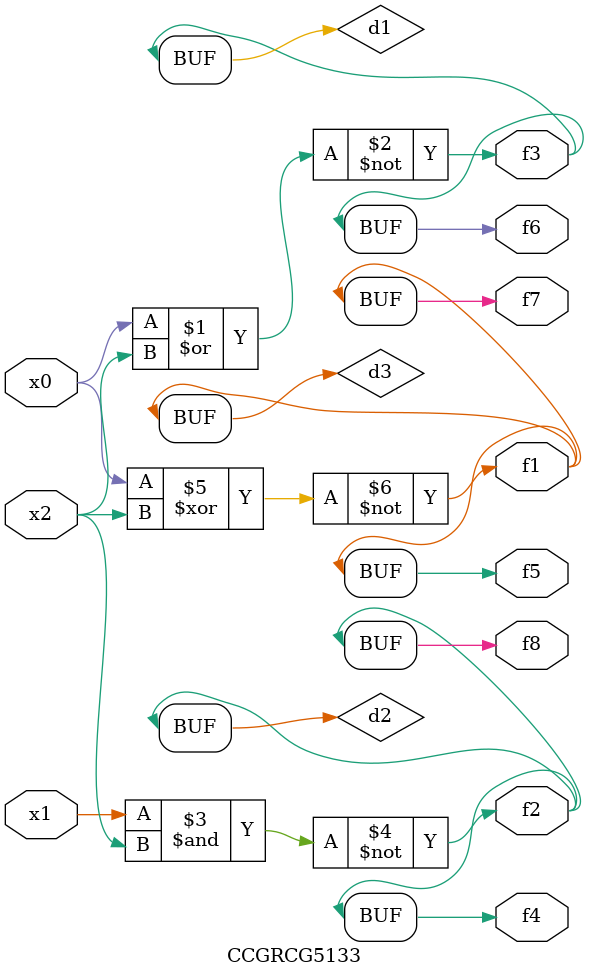
<source format=v>
module CCGRCG5133(
	input x0, x1, x2,
	output f1, f2, f3, f4, f5, f6, f7, f8
);

	wire d1, d2, d3;

	nor (d1, x0, x2);
	nand (d2, x1, x2);
	xnor (d3, x0, x2);
	assign f1 = d3;
	assign f2 = d2;
	assign f3 = d1;
	assign f4 = d2;
	assign f5 = d3;
	assign f6 = d1;
	assign f7 = d3;
	assign f8 = d2;
endmodule

</source>
